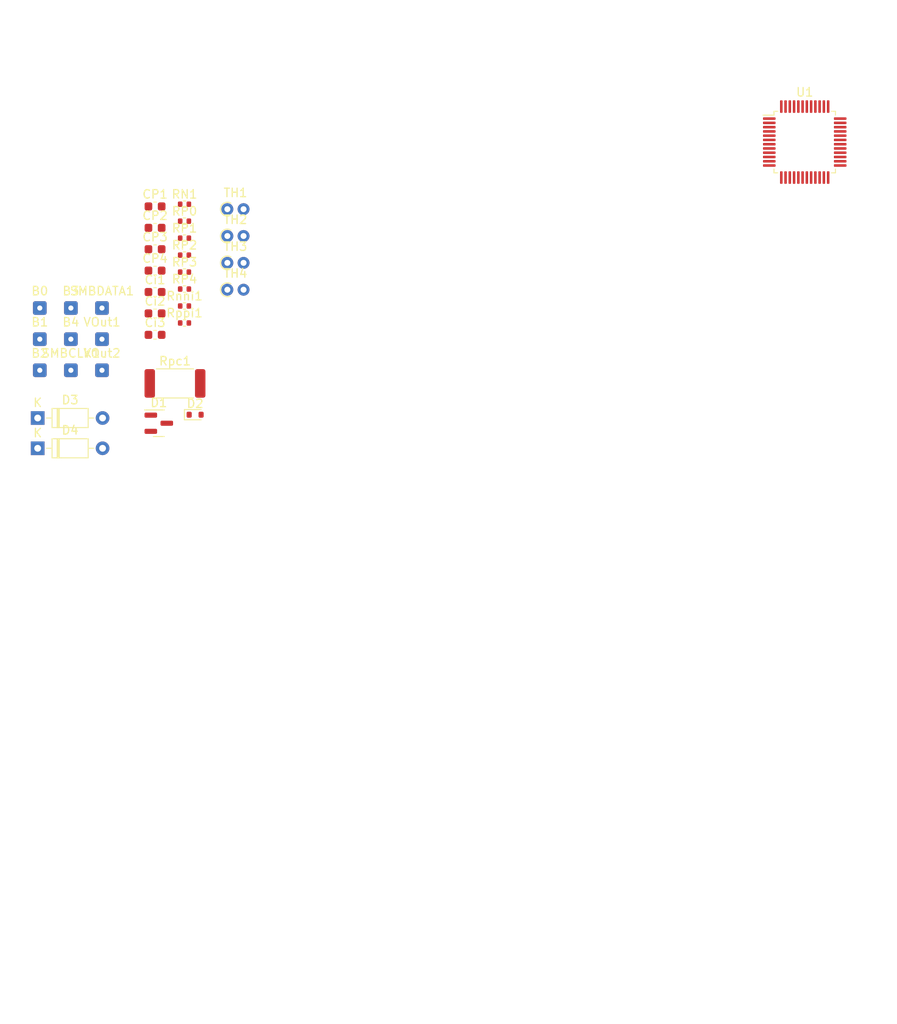
<source format=kicad_pcb>
(kicad_pcb (version 20240108) (generator "pcbnew") (generator_version "8.0")
  (layers (0 "F.Cu" signal) (31 "B.Cu" signal) (34 "B.Paste" user) (35 "F.Paste" user) (36 "B.SilkS" user "B.Silkscreen") (37 "F.SilkS" user "F.Silkscreen") (38 "B.Mask" user) (39 "F.Mask" user) (44 "Edge.Cuts" user))
  (net 0 "")
  (net 1 "/Battery/B0")
  (net 2 "/Battery/B1")
  (net 3 "/Battery/B2")
  (net 4 "/Battery/B3")
  (net 5 "/Battery/B4")
  (net 6 "GND")
  (net 7 "/Battery/PI")
  (net 8 "/Battery/NI")
  (net 9 "/Battery/PV1")
  (net 10 "/Battery/NV")
  (net 11 "/Battery/PV2")
  (net 12 "/Battery/PV3")
  (net 13 "/Battery/PV4")
  (net 14 "/FETs/VFET")
  (net 15 "/FETs/Vout")
  (net 16 "/FETs/BATT")
  (net 17 "/SMBUS/SDA")
  (net 18 "/SMBUS/SCL")
  (net 19 "/Battery/PVT")
  (net 20 "/Battery/NNI")
  (net 21 "Net-(Q1-D_1)")
  (net 22 "Net-(Q3-D_1)")
  (net 23 "/Battery/PPI")
  (net 24 "/Thermal/PA0")
  (net 25 "/Thermal/PA1")
  (net 26 "/Thermal/PA2")
  (net 27 "/Thermal/PA3")
  (net 28 "/Thermal/PA4")
  (net 29 "/Thermal/VREF")
  (net 30 "/XTAL/RESET")
  (net 31 "/LEDs/PB1")
  (net 32 "/LEDs/VREG")
  (net 33 "/FETs/OC")
  (net 37 "/XTAL/XTAL2")
  (net 39 "/Thermal/VREFGND")
  (net 40 "/LEDs/PB3")
  (net 44 "/XTAL/XTAL1")
  (net 45 "/FETs/OPC")
  (net 46 "/LEDs/PB0")
  (net 47 "/LEDs/PB4")
  (net 48 "/FETs/OD")
  (net 50 "/LEDs/PB2")
  (footprint "Resistor_THT:R_Axial_DIN0204_L3.6mm_D1.6mm_P1.90mm_Vertical" (layer "F.Cu") (at -8.565 57.61)
    (property "Reference" "TH2" (at 0.95 -1.92 0) (layer "F.SilkS"))
    (property "Value" "10 k")
    (fp_arc (start 0.320095 0.749359) (mid -0.813042 -0.054435) (end 0.417133 -0.7) (stroke (width 0.12)) (layer "F.SilkS"))
    (pad "1" thru_hole circle (at 0 0) (size 1.4 1.4) (drill 0.7) (layers "*.Cu" "*.Mask") (net 24 "/Thermal/PA0"))
    (pad "2" thru_hole oval (at 1.9 0) (size 1.4 1.4) (drill 0.7) (layers "*.Cu" "*.Mask") (net 26 "/Thermal/PA2"))
  )
  (footprint "Connector_Wire:SolderWire-0.1sqmm_1x01_D0.4mm_OD1mm" (layer "F.Cu") (at -30.585 66.06)
    (property "Reference" "B0" (at 0 -2 0) (layer "F.SilkS"))
    (property "Value" "Conn_01x01")
    (pad "1" thru_hole roundrect (at 0 0) (size 1.6 1.6) (drill 0.6) (layers "*.Cu" "*.Mask") (roundrect_rratio 0.15625) (net 1 "/Battery/B0"))
  )
  (footprint "Connector_Wire:SolderWire-0.1sqmm_1x01_D0.4mm_OD1mm" (layer "F.Cu") (at -26.935 69.71)
    (property "Reference" "B4" (at 0 -2 0) (layer "F.SilkS"))
    (property "Value" "Conn_01x01")
    (pad "1" thru_hole roundrect (at 0 0) (size 1.6 1.6) (drill 0.6) (layers "*.Cu" "*.Mask") (roundrect_rratio 0.15625) (net 5 "/Battery/B4"))
  )
  (footprint "Resistor_SMD:R_0402_1005Metric" (layer "F.Cu") (at -13.595 65.82)
    (property "Reference" "Rnni1" (at 0 -1.17 0) (layer "F.SilkS"))
    (property "Value" "1 k")
    (fp_line (start -0.153641 -0.38) (end 0.153641 -0.38) (stroke (width 0.12)) (layer "F.SilkS"))
    (fp_line (start -0.153641 0.38) (end 0.153641 0.38) (stroke (width 0.12)) (layer "F.SilkS"))
    (pad "1" smd roundrect (at -0.51 0) (size 0.54 0.64) (layers "F.Cu" "F.Paste" "F.Mask") (net 20 "/Battery/NNI"))
    (pad "2" smd roundrect (at 0.51 0) (size 0.54 0.64) (layers "F.Cu" "F.Paste" "F.Mask") (net 6 "GND"))
  )
  (footprint "Resistor_THT:R_Axial_DIN0204_L3.6mm_D1.6mm_P1.90mm_Vertical" (layer "F.Cu") (at -8.565 60.76)
    (property "Reference" "TH3" (at 0.95 -1.92 0) (layer "F.SilkS"))
    (property "Value" "10 k")
    (fp_arc (start 0.320095 0.749359) (mid -0.813042 -0.054435) (end 0.417133 -0.7) (stroke (width 0.12)) (layer "F.SilkS"))
    (pad "1" thru_hole circle (at 0 0) (size 1.4 1.4) (drill 0.7) (layers "*.Cu" "*.Mask") (net 24 "/Thermal/PA0"))
    (pad "2" thru_hole oval (at 1.9 0) (size 1.4 1.4) (drill 0.7) (layers "*.Cu" "*.Mask") (net 27 "/Thermal/PA3"))
  )
  (footprint "Resistor_SMD:R_0402_1005Metric" (layer "F.Cu") (at -13.595 67.81)
    (property "Reference" "Rppi1" (at 0 -1.17 0) (layer "F.SilkS"))
    (property "Value" "1 k")
    (fp_line (start -0.153641 -0.38) (end 0.153641 -0.38) (stroke (width 0.12)) (layer "F.SilkS"))
    (fp_line (start -0.153641 0.38) (end 0.153641 0.38) (stroke (width 0.12)) (layer "F.SilkS"))
    (pad "1" smd roundrect (at -0.51 0) (size 0.54 0.64) (layers "F.Cu" "F.Paste" "F.Mask") (net 23 "/Battery/PPI"))
    (pad "2" smd roundrect (at 0.51 0) (size 0.54 0.64) (layers "F.Cu" "F.Paste" "F.Mask") (net 1 "/Battery/B0"))
  )
  (footprint "Connector_Wire:SolderWire-0.1sqmm_1x01_D0.4mm_OD1mm" (layer "F.Cu") (at -26.935 73.36)
    (property "Reference" "SMBCLK1" (at 0 -2 0) (layer "F.SilkS"))
    (property "Value" "Conn_01x01")
    (pad "1" thru_hole roundrect (at 0 0) (size 1.6 1.6) (drill 0.6) (layers "*.Cu" "*.Mask") (roundrect_rratio 0.15625) (net 18 "/SMBUS/SCL"))
  )
  (footprint "Connector_Wire:SolderWire-0.1sqmm_1x01_D0.4mm_OD1mm" (layer "F.Cu") (at -23.285 73.36)
    (property "Reference" "VOut2" (at 0 -2 0) (layer "F.SilkS"))
    (property "Value" "Conn_01x01")
    (pad "1" thru_hole roundrect (at 0 0) (size 1.6 1.6) (drill 0.6) (layers "*.Cu" "*.Mask") (roundrect_rratio 0.15625) (net 15 "/FETs/Vout"))
  )
  (footprint "Package_QFP:LQFP-48_7x7mm_P0.5mm" (layer "F.Cu") (at 59.2175 46.59)
    (property "Reference" "U1" (at 0 -5.85 0) (layer "F.SilkS"))
    (property "Value" "ATmega406-1AA")
    (fp_line (start -3.61 -3.61) (end -3.61 -3.16) (stroke (width 0.12)) (layer "F.SilkS"))
    (fp_line (start -3.61 -3.16) (end -4.9 -3.16) (stroke (width 0.12)) (layer "F.SilkS"))
    (fp_line (start -3.61 3.61) (end -3.61 3.16) (stroke (width 0.12)) (layer "F.SilkS"))
    (fp_line (start -3.16 -3.61) (end -3.61 -3.61) (stroke (width 0.12)) (layer "F.SilkS"))
    (fp_line (start -3.16 3.61) (end -3.61 3.61) (stroke (width 0.12)) (layer "F.SilkS"))
    (fp_line (start 3.16 -3.61) (end 3.61 -3.61) (stroke (width 0.12)) (layer "F.SilkS"))
    (fp_line (start 3.16 3.61) (end 3.61 3.61) (stroke (width 0.12)) (layer "F.SilkS"))
    (fp_line (start 3.61 -3.61) (end 3.61 -3.16) (stroke (width 0.12)) (layer "F.SilkS"))
    (fp_line (start 3.61 3.61) (end 3.61 3.16) (stroke (width 0.12)) (layer "F.SilkS"))
    (pad "1" smd roundrect (at -4.1625 -2.75) (size 1.475 0.3) (layers "F.Cu" "F.Paste" "F.Mask") (net 6 "GND"))
    (pad "2" smd roundrect (at -4.1625 -2.25) (size 1.475 0.3) (layers "F.Cu" "F.Paste" "F.Mask") (net 24 "/Thermal/PA0"))
    (pad "3" smd roundrect (at -4.1625 -1.75) (size 1.475 0.3) (layers "F.Cu" "F.Paste" "F.Mask") (net 25 "/Thermal/PA1"))
    (pad "4" smd roundrect (at -4.1625 -1.25) (size 1.475 0.3) (layers "F.Cu" "F.Paste" "F.Mask") (net 26 "/Thermal/PA2"))
    (pad "5" smd roundrect (at -4.1625 -0.75) (size 1.475 0.3) (layers "F.Cu" "F.Paste" "F.Mask") (net 27 "/Thermal/PA3"))
    (pad "6" smd roundrect (at -4.1625 -0.25) (size 1.475 0.3) (layers "F.Cu" "F.Paste" "F.Mask") (net 32 "/LEDs/VREG"))
    (pad "7" smd roundrect (at -4.1625 0.25) (size 1.475 0.3) (layers "F.Cu" "F.Paste" "F.Mask") (net 32 "/LEDs/VREG"))
    (pad "8" smd roundrect (at -4.1625 0.75) (size 1.475 0.3) (layers "F.Cu" "F.Paste" "F.Mask") (net 6 "GND"))
    (pad "9" smd roundrect (at -4.1625 1.25) (size 1.475 0.3) (layers "F.Cu" "F.Paste" "F.Mask") (net 28 "/Thermal/PA4"))
    (pad "10" smd roundrect (at -4.1625 1.75) (size 1.475 0.3) (layers "F.Cu" "F.Paste" "F.Mask"))
    (pad "11" smd roundrect (at -4.1625 2.25) (size 1.475 0.3) (layers "F.Cu" "F.Paste" "F.Mask"))
    (pad "12" smd roundrect (at -4.1625 2.75) (size 1.475 0.3) (layers "F.Cu" "F.Paste" "F.Mask"))
    (pad "13" smd roundrect (at -2.75 4.1625) (size 0.3 1.475) (layers "F.Cu" "F.Paste" "F.Mask") (net 30 "/XTAL/RESET"))
    (pad "14" smd roundrect (at -2.25 4.1625) (size 0.3 1.475) (layers "F.Cu" "F.Paste" "F.Mask") (net 44 "/XTAL/XTAL1"))
    (pad "15" smd roundrect (at -1.75 4.1625) (size 0.3 1.475) (layers "F.Cu" "F.Paste" "F.Mask") (net 37 "/XTAL/XTAL2"))
    (pad "16" smd roundrect (at -1.25 4.1625) (size 0.3 1.475) (layers "F.Cu" "F.Paste" "F.Mask") (net 6 "GND"))
    (pad "17" smd roundrect (at -0.75 4.1625) (size 0.3 1.475) (layers "F.Cu" "F.Paste" "F.Mask") (net 46 "/LEDs/PB0"))
    (pad "18" smd roundrect (at -0.25 4.1625) (size 0.3 1.475) (layers "F.Cu" "F.Paste" "F.Mask") (net 31 "/LEDs/PB1"))
    (pad "19" smd roundrect (at 0.25 4.1625) (size 0.3 1.475) (layers "F.Cu" "F.Paste" "F.Mask") (net 50 "/LEDs/PB2"))
    (pad "20" smd roundrect (at 0.75 4.1625) (size 0.3 1.475) (layers "F.Cu" "F.Paste" "F.Mask") (net 40 "/LEDs/PB3"))
    (pad "21" smd roundrect (at 1.25 4.1625) (size 0.3 1.475) (layers "F.Cu" "F.Paste" "F.Mask") (net 47 "/LEDs/PB4"))
    (pad "22" smd roundrect (at 1.75 4.1625) (size 0.3 1.475) (layers "F.Cu" "F.Paste" "F.Mask"))
    (pad "23" smd roundrect (at 2.25 4.1625) (size 0.3 1.475) (layers "F.Cu" "F.Paste" "F.Mask") (net 18 "/SMBUS/SCL"))
    (pad "24" smd roundrect (at 2.75 4.1625) (size 0.3 1.475) (layers "F.Cu" "F.Paste" "F.Mask") (net 17 "/SMBUS/SDA"))
    (pad "25" smd roundrect (at 4.1625 2.75) (size 1.475 0.3) (layers "F.Cu" "F.Paste" "F.Mask"))
    (pad "26" smd roundrect (at 4.1625 2.25) (size 1.475 0.3) (layers "F.Cu" "F.Paste" "F.Mask"))
    (pad "27" smd roundrect (at 4.1625 1.75) (size 1.475 0.3) (layers "F.Cu" "F.Paste" "F.Mask"))
    (pad "28" smd roundrect (at 4.1625 1.25) (size 1.475 0.3) (layers "F.Cu" "F.Paste" "F.Mask"))
    (pad "29" smd roundrect (at 4.1625 0.75) (size 1.475 0.3) (layers "F.Cu" "F.Paste" "F.Mask") (net 6 "GND"))
    (pad "30" smd roundrect (at 4.1625 0.25) (size 1.475 0.3) (layers "F.Cu" "F.Paste" "F.Mask"))
    (pad "31" smd roundrect (at 4.1625 -0.25) (size 1.475 0.3) (layers "F.Cu" "F.Paste" "F.Mask") (net 16 "/FETs/BATT"))
    (pad "32" smd roundrect (at 4.1625 -0.75) (size 1.475 0.3) (layers "F.Cu" "F.Paste" "F.Mask") (net 45 "/FETs/OPC"))
    (pad "33" smd roundrect (at 4.1625 -1.25) (size 1.475 0.3) (layers "F.Cu" "F.Paste" "F.Mask") (net 33 "/FETs/OC"))
    (pad "34" smd roundrect (at 4.1625 -1.75) (size 1.475 0.3) (layers "F.Cu" "F.Paste" "F.Mask") (net 14 "/FETs/VFET"))
    (pad "35" smd roundrect (at 4.1625 -2.25) (size 1.475 0.3) (layers "F.Cu" "F.Paste" "F.Mask") (net 48 "/FETs/OD"))
    (pad "36" smd roundrect (at 4.1625 -2.75) (size 1.475 0.3) (layers "F.Cu" "F.Paste" "F.Mask") (net 19 "/Battery/PVT"))
    (pad "37" smd roundrect (at 2.75 -4.1625) (size 0.3 1.475) (layers "F.Cu" "F.Paste" "F.Mask") (net 6 "GND"))
    (pad "38" smd roundrect (at 2.25 -4.1625) (size 0.3 1.475) (layers "F.Cu" "F.Paste" "F.Mask") (net 13 "/Battery/PV4"))
    (pad "39" smd roundrect (at 1.75 -4.1625) (size 0.3 1.475) (layers "F.Cu" "F.Paste" "F.Mask") (net 12 "/Battery/PV3"))
    (pad "40" smd roundrect (at 1.25 -4.1625) (size 0.3 1.475) (layers "F.Cu" "F.Paste" "F.Mask") (net 11 "/Battery/PV2"))
    (pad "41" smd roundrect (at 0.75 -4.1625) (size 0.3 1.475) (layers "F.Cu" "F.Paste" "F.Mask") (net 9 "/Battery/PV1"))
    (pad "42" smd roundrect (at 0.25 -4.1625) (size 0.3 1.475) (layers "F.Cu" "F.Paste" "F.Mask") (net 10 "/Battery/NV"))
    (pad "43" smd roundrect (at -0.25 -4.1625) (size 0.3 1.475) (layers "F.Cu" "F.Paste" "F.Mask") (net 29 "/Thermal/VREF"))
    (pad "44" smd roundrect (at -0.75 -4.1625) (size 0.3 1.475) (layers "F.Cu" "F.Paste" "F.Mask") (net 39 "/Thermal/VREFGND"))
    (pad "45" smd roundrect (at -1.25 -4.1625) (size 0.3 1.475) (layers "F.Cu" "F.Paste" "F.Mask") (net 23 "/Battery/PPI"))
    (pad "46" smd roundrect (at -1.75 -4.1625) (size 0.3 1.475) (layers "F.Cu" "F.Paste" "F.Mask") (net 7 "/Battery/PI"))
    (pad "47" smd roundrect (at -2.25 -4.1625) (size 0.3 1.475) (layers "F.Cu" "F.Paste" "F.Mask") (net 8 "/Battery/NI"))
    (pad "48" smd roundrect (at -2.75 -4.1625) (size 0.3 1.475) (layers "F.Cu" "F.Paste" "F.Mask") (net 20 "/Battery/NNI"))
  )
  (footprint "Connector_Wire:SolderWire-0.1sqmm_1x01_D0.4mm_OD1mm" (layer "F.Cu") (at -30.585 69.71)
    (property "Reference" "B1" (at 0 -2 0) (layer "F.SilkS"))
    (property "Value" "Conn_01x01")
    (pad "1" thru_hole roundrect (at 0 0) (size 1.6 1.6) (drill 0.6) (layers "*.Cu" "*.Mask") (roundrect_rratio 0.15625) (net 2 "/Battery/B1"))
  )
  (footprint "Resistor_THT:R_Axial_DIN0204_L3.6mm_D1.6mm_P1.90mm_Vertical" (layer "F.Cu") (at -8.565 63.91)
    (property "Reference" "TH4" (at 0.95 -1.92 0) (layer "F.SilkS"))
    (property "Value" "10 k")
    (fp_arc (start 0.320095 0.749359) (mid -0.813042 -0.054435) (end 0.417133 -0.7) (stroke (width 0.12)) (layer "F.SilkS"))
    (pad "1" thru_hole circle (at 0 0) (size 1.4 1.4) (drill 0.7) (layers "*.Cu" "*.Mask") (net 24 "/Thermal/PA0"))
    (pad "2" thru_hole oval (at 1.9 0) (size 1.4 1.4) (drill 0.7) (layers "*.Cu" "*.Mask") (net 28 "/Thermal/PA4"))
  )
  (footprint "Package_TO_SOT_SMD:SOT-23" (layer "F.Cu") (at -16.615 79.57)
    (property "Reference" "D1" (at 0 -2.4 0) (layer "F.SilkS"))
    (property "Value" "BAV70")
    (fp_line (start 0 -1.56) (end -1.675 -1.56) (stroke (width 0.12)) (layer "F.SilkS"))
    (fp_line (start 0 -1.56) (end 0.65 -1.56) (stroke (width 0.12)) (layer "F.SilkS"))
    (fp_line (start 0 1.56) (end -0.65 1.56) (stroke (width 0.12)) (layer "F.SilkS"))
    (fp_line (start 0 1.56) (end 0.65 1.56) (stroke (width 0.12)) (layer "F.SilkS"))
    (pad "1" smd roundrect (at -0.9375 -0.95) (size 1.475 0.6) (layers "F.Cu" "F.Paste" "F.Mask") (net 5 "/Battery/B4"))
    (pad "2" smd roundrect (at -0.9375 0.95) (size 1.475 0.6) (layers "F.Cu" "F.Paste" "F.Mask") (net 15 "/FETs/Vout"))
    (pad "3" smd roundrect (at 0.9375 0) (size 1.475 0.6) (layers "F.Cu" "F.Paste" "F.Mask") (net 14 "/FETs/VFET"))
  )
  (footprint "Resistor_SMD:R_0402_1005Metric" (layer "F.Cu") (at -13.595 61.84)
    (property "Reference" "RP3" (at 0 -1.17 0) (layer "F.SilkS"))
    (property "Value" "1 k")
    (fp_line (start -0.153641 -0.38) (end 0.153641 -0.38) (stroke (width 0.12)) (layer "F.SilkS"))
    (fp_line (start -0.153641 0.38) (end 0.153641 0.38) (stroke (width 0.12)) (layer "F.SilkS"))
    (pad "1" smd roundrect (at -0.51 0) (size 0.54 0.64) (layers "F.Cu" "F.Paste" "F.Mask") (net 12 "/Battery/PV3"))
    (pad "2" smd roundrect (at 0.51 0) (size 0.54 0.64) (layers "F.Cu" "F.Paste" "F.Mask") (net 4 "/Battery/B3"))
  )
  (footprint "Connector_Wire:SolderWire-0.1sqmm_1x01_D0.4mm_OD1mm" (layer "F.Cu") (at -23.285 66.06)
    (property "Reference" "SMBDATA1" (at 0 -2 0) (layer "F.SilkS"))
    (property "Value" "Conn_01x01")
    (pad "1" thru_hole roundrect (at 0 0) (size 1.6 1.6) (drill 0.6) (layers "*.Cu" "*.Mask") (roundrect_rratio 0.15625) (net 17 "/SMBUS/SDA"))
  )
  (footprint "Resistor_SMD:R_2512_6332Metric" (layer "F.Cu") (at -14.715 74.9)
    (property "Reference" "Rpc1" (at 0 -2.62 0) (layer "F.SilkS"))
    (property "Value" "1 k")
    (fp_line (start -2.177064 -1.71) (end 2.177064 -1.71) (stroke (width 0.12)) (layer "F.SilkS"))
    (fp_line (start -2.177064 1.71) (end 2.177064 1.71) (stroke (width 0.12)) (layer "F.SilkS"))
    (pad "1" smd roundrect (at -2.9625 0) (size 1.225 3.35) (layers "F.Cu" "F.Paste" "F.Mask") (roundrect_rratio 0.204082) (net 22 "Net-(Q3-D_1)"))
    (pad "2" smd roundrect (at 2.9625 0) (size 1.225 3.35) (layers "F.Cu" "F.Paste" "F.Mask") (roundrect_rratio 0.204082) (net 21 "Net-(Q1-D_1)"))
  )
  (footprint "Capacitor_SMD:C_0603_1608Metric" (layer "F.Cu") (at -17.055 54.14)
    (property "Reference" "CP1" (at 0 -1.43 0) (layer "F.SilkS"))
    (property "Value" "0.1 u")
    (fp_line (start -0.14058 -0.51) (end 0.14058 -0.51) (stroke (width 0.12)) (layer "F.SilkS"))
    (fp_line (start -0.14058 0.51) (end 0.14058 0.51) (stroke (width 0.12)) (layer "F.SilkS"))
    (pad "1" smd roundrect (at -0.775 0) (size 0.9 0.95) (layers "F.Cu" "F.Paste" "F.Mask") (net 10 "/Battery/NV"))
    (pad "2" smd roundrect (at 0.775 0) (size 0.9 0.95) (layers "F.Cu" "F.Paste" "F.Mask") (net 9 "/Battery/PV1"))
  )
  (footprint "Connector_Wire:SolderWire-0.1sqmm_1x01_D0.4mm_OD1mm" (layer "F.Cu") (at -26.935 66.06)
    (property "Reference" "B3" (at 0 -2 0) (layer "F.SilkS"))
    (property "Value" "Conn_01x01")
    (pad "1" thru_hole roundrect (at 0 0) (size 1.6 1.6) (drill 0.6) (layers "*.Cu" "*.Mask") (roundrect_rratio 0.15625) (net 4 "/Battery/B3"))
  )
  (footprint "Diode_THT:D_DO-35_SOD27_P7.62mm_Horizontal" (layer "F.Cu") (at -30.835 78.96)
    (property "Reference" "D3" (at 3.81 -2.12 0) (layer "F.SilkS"))
    (property "Value" "1N6857")
    (fp_line (start 1.04 0) (end 1.69 0) (stroke (width 0.12)) (layer "F.SilkS"))
    (fp_line (start 1.69 -1.12) (end 1.69 1.12) (stroke (width 0.12)) (layer "F.SilkS"))
    (fp_line (start 1.69 1.12) (end 5.93 1.12) (stroke (width 0.12)) (layer "F.SilkS"))
    (fp_line (start 2.29 -1.12) (end 2.29 1.12) (stroke (width 0.12)) (layer "F.SilkS"))
    (fp_line (start 2.41 -1.12) (end 2.41 1.12) (stroke (width 0.12)) (layer "F.SilkS"))
    (fp_line (start 2.53 -1.12) (end 2.53 1.12) (stroke (width 0.12)) (layer "F.SilkS"))
    (fp_line (start 5.93 -1.12) (end 1.69 -1.12) (stroke (width 0.12)) (layer "F.SilkS"))
    (fp_line (start 5.93 1.12) (end 5.93 -1.12) (stroke (width 0.12)) (layer "F.SilkS"))
    (fp_line (start 6.58 0) (end 5.93 0) (stroke (width 0.12)) (layer "F.SilkS"))
    (fp_text user "K" (at 0 -1.8 0) (layer "F.SilkS"))
    (pad "1" thru_hole rect (at 0 0) (size 1.6 1.6) (drill 0.8) (layers "*.Cu" "*.Mask") (net 17 "/SMBUS/SDA"))
    (pad "2" thru_hole oval (at 7.62 0) (size 1.6 1.6) (drill 0.8) (layers "*.Cu" "*.Mask") (net 6 "GND"))
  )
  (footprint "Capacitor_SMD:C_0603_1608Metric" (layer "F.Cu") (at -17.055 61.67)
    (property "Reference" "CP4" (at 0 -1.43 0) (layer "F.SilkS"))
    (property "Value" "0.1 u")
    (fp_line (start -0.14058 -0.51) (end 0.14058 -0.51) (stroke (width 0.12)) (layer "F.SilkS"))
    (fp_line (start -0.14058 0.51) (end 0.14058 0.51) (stroke (width 0.12)) (layer "F.SilkS"))
    (pad "1" smd roundrect (at -0.775 0) (size 0.9 0.95) (layers "F.Cu" "F.Paste" "F.Mask") (net 12 "/Battery/PV3"))
    (pad "2" smd roundrect (at 0.775 0) (size 0.9 0.95) (layers "F.Cu" "F.Paste" "F.Mask") (net 13 "/Battery/PV4"))
  )
  (footprint "Connector_Wire:SolderWire-0.1sqmm_1x01_D0.4mm_OD1mm" (layer "F.Cu") (at -23.285 69.71)
    (property "Reference" "VOut1" (at 0 -2 0) (layer "F.SilkS"))
    (property "Value" "Conn_01x01")
    (pad "1" thru_hole roundrect (at 0 0) (size 1.6 1.6) (drill 0.6) (layers "*.Cu" "*.Mask") (roundrect_rratio 0.15625) (net 6 "GND"))
  )
  (footprint "Resistor_SMD:R_0402_1005Metric" (layer "F.Cu") (at -13.595 55.87)
    (property "Reference" "RP0" (at 0 -1.17 0) (layer "F.SilkS"))
    (property "Value" "1 k")
    (fp_line (start -0.153641 -0.38) (end 0.153641 -0.38) (stroke (width 0.12)) (layer "F.SilkS"))
    (fp_line (start -0.153641 0.38) (end 0.153641 0.38) (stroke (width 0.12)) (layer "F.SilkS"))
    (pad "1" smd roundrect (at -0.51 0) (size 0.54 0.64) (layers "F.Cu" "F.Paste" "F.Mask") (net 10 "/Battery/NV"))
    (pad "2" smd roundrect (at 0.51 0) (size 0.54 0.64) (layers "F.Cu" "F.Paste" "F.Mask") (net 1 "/Battery/B0"))
  )
  (footprint "Connector_Wire:SolderWire-0.1sqmm_1x01_D0.4mm_OD1mm" (layer "F.Cu") (at -30.585 73.36)
    (property "Reference" "B2" (at 0 -2 0) (layer "F.SilkS"))
    (property "Value" "Conn_01x01")
    (pad "1" thru_hole roundrect (at 0 0) (size 1.6 1.6) (drill 0.6) (layers "*.Cu" "*.Mask") (roundrect_rratio 0.15625) (net 3 "/Battery/B2"))
  )
  (footprint "Resistor_SMD:R_0402_1005Metric" (layer "F.Cu") (at -13.595 57.86)
    (property "Reference" "RP1" (at 0 -1.17 0) (layer "F.SilkS"))
    (property "Value" "1 k")
    (fp_line (start -0.153641 -0.38) (end 0.153641 -0.38) (stroke (width 0.12)) (layer "F.SilkS"))
    (fp_line (start -0.153641 0.38) (end 0.153641 0.38) (stroke (width 0.12)) (layer "F.SilkS"))
    (pad "1" smd roundrect (at -0.51 0) (size 0.54 0.64) (layers "F.Cu" "F.Paste" "F.Mask") (net 9 "/Battery/PV1"))
    (pad "2" smd roundrect (at 0.51 0) (size 0.54 0.64) (layers "F.Cu" "F.Paste" "F.Mask") (net 2 "/Battery/B1"))
  )
  (footprint "Diode_SMD:D_SOD-523" (layer "F.Cu") (at -12.35 78.57)
    (property "Reference" "D2" (at 0 -1.3 0) (layer "F.SilkS"))
    (property "Value" "BAS516")
    (fp_line (start -1.26 -0.6) (end -1.26 0.6) (stroke (width 0.12)) (layer "F.SilkS"))
    (fp_line (start 0.7 -0.6) (end -1.26 -0.6) (stroke (width 0.12)) (layer "F.SilkS"))
    (fp_line (start 0.7 0.6) (end -1.26 0.6) (stroke (width 0.12)) (layer "F.SilkS"))
    (pad "1" smd roundrect (at -0.7 0 180) (size 0.6 0.7) (layers "F.Cu" "F.Paste" "F.Mask") (net 16 "/FETs/BATT"))
    (pad "2" smd roundrect (at 0.7 0 180) (size 0.6 0.7) (layers "F.Cu" "F.Paste" "F.Mask") (net 15 "/FETs/Vout"))
  )
  (footprint "Capacitor_SMD:C_0603_1608Metric" (layer "F.Cu") (at -17.055 56.65)
    (property "Reference" "CP2" (at 0 -1.43 0) (layer "F.SilkS"))
    (property "Value" "0.1 u")
    (fp_line (start -0.14058 -0.51) (end 0.14058 -0.51) (stroke (width 0.12)) (layer "F.SilkS"))
    (fp_line (start -0.14058 0.51) (end 0.14058 0.51) (stroke (width 0.12)) (layer "F.SilkS"))
    (pad "1" smd roundrect (at -0.775 0) (size 0.9 0.95) (layers "F.Cu" "F.Paste" "F.Mask") (net 9 "/Battery/PV1"))
    (pad "2" smd roundrect (at 0.775 0) (size 0.9 0.95) (layers "F.Cu" "F.Paste" "F.Mask") (net 11 "/Battery/PV2"))
  )
  (footprint "Capacitor_SMD:C_0603_1608Metric" (layer "F.Cu") (at -17.055 66.69)
    (property "Reference" "Ci2" (at 0 -1.43 0) (layer "F.SilkS"))
    (property "Value" "0.1 u")
    (fp_line (start -0.14058 -0.51) (end 0.14058 -0.51) (stroke (width 0.12)) (layer "F.SilkS"))
    (fp_line (start -0.14058 0.51) (end 0.14058 0.51) (stroke (width 0.12)) (layer "F.SilkS"))
    (pad "1" smd roundrect (at -0.775 0) (size 0.9 0.95) (layers "F.Cu" "F.Paste" "F.Mask") (net 6 "GND"))
    (pad "2" smd roundrect (at 0.775 0) (size 0.9 0.95) (layers "F.Cu" "F.Paste" "F.Mask") (net 8 "/Battery/NI"))
  )
  (footprint "Capacitor_SMD:C_0603_1608Metric" (layer "F.Cu") (at -17.055 69.2)
    (property "Reference" "Ci3" (at 0 -1.43 0) (layer "F.SilkS"))
    (property "Value" "0.1 u")
    (fp_line (start -0.14058 -0.51) (end 0.14058 -0.51) (stroke (width 0.12)) (layer "F.SilkS"))
    (fp_line (start -0.14058 0.51) (end 0.14058 0.51) (stroke (width 0.12)) (layer "F.SilkS"))
    (pad "1" smd roundrect (at -0.775 0) (size 0.9 0.95) (layers "F.Cu" "F.Paste" "F.Mask") (net 8 "/Battery/NI"))
    (pad "2" smd roundrect (at 0.775 0) (size 0.9 0.95) (layers "F.Cu" "F.Paste" "F.Mask") (net 7 "/Battery/PI"))
  )
  (footprint "Resistor_SMD:R_0402_1005Metric" (layer "F.Cu") (at -13.595 53.88)
    (property "Reference" "RN1" (at 0 -1.17 0) (layer "F.SilkS"))
    (property "Value" "10")
    (fp_line (start -0.153641 -0.38) (end 0.153641 -0.38) (stroke (width 0.12)) (layer "F.SilkS"))
    (fp_line (start -0.153641 0.38) (end 0.153641 0.38) (stroke (width 0.12)) (layer "F.SilkS"))
    (pad "1" smd roundrect (at -0.51 0) (size 0.54 0.64) (layers "F.Cu" "F.Paste" "F.Mask") (net 19 "/Battery/PVT"))
    (pad "2" smd roundrect (at 0.51 0) (size 0.54 0.64) (layers "F.Cu" "F.Paste" "F.Mask") (net 5 "/Battery/B4"))
  )
  (footprint "Diode_THT:D_DO-35_SOD27_P7.62mm_Horizontal" (layer "F.Cu") (at -30.835 82.51)
    (property "Reference" "D4" (at 3.81 -2.12 0) (layer "F.SilkS"))
    (property "Value" "1N6857")
    (fp_line (start 1.04 0) (end 1.69 0) (stroke (width 0.12)) (layer "F.SilkS"))
    (fp_line (start 1.69 -1.12) (end 1.69 1.12) (stroke (width 0.12)) (layer "F.SilkS"))
    (fp_line (start 1.69 1.12) (end 5.93 1.12) (stroke (width 0.12)) (layer "F.SilkS"))
    (fp_line (start 2.29 -1.12) (end 2.29 1.12) (stroke (width 0.12)) (layer "F.SilkS"))
    (fp_line (start 2.41 -1.12) (end 2.41 1.12) (stroke (width 0.12)) (layer "F.SilkS"))
    (fp_line (start 2.53 -1.12) (end 2.53 1.12) (stroke (width 0.12)) (layer "F.SilkS"))
    (fp_line (start 5.93 -1.12) (end 1.69 -1.12) (stroke (width 0.12)) (layer "F.SilkS"))
    (fp_line (start 5.93 1.12) (end 5.93 -1.12) (stroke (width 0.12)) (layer "F.SilkS"))
    (fp_line (start 6.58 0) (end 5.93 0) (stroke (width 0.12)) (layer "F.SilkS"))
    (fp_text user "K" (at 0 -1.8 0) (layer "F.SilkS"))
    (pad "1" thru_hole rect (at 0 0) (size 1.6 1.6) (drill 0.8) (layers "*.Cu" "*.Mask") (net 18 "/SMBUS/SCL"))
    (pad "2" thru_hole oval (at 7.62 0) (size 1.6 1.6) (drill 0.8) (layers "*.Cu" "*.Mask") (net 6 "GND"))
  )
  (footprint "Capacitor_SMD:C_0603_1608Metric" (layer "F.Cu") (at -17.055 64.18)
    (property "Reference" "Ci1" (at 0 -1.43 0) (layer "F.SilkS"))
    (property "Value" "0.1 u")
    (fp_line (start -0.14058 -0.51) (end 0.14058 -0.51) (stroke (width 0.12)) (layer "F.SilkS"))
    (fp_line (start -0.14058 0.51) (end 0.14058 0.51) (stroke (width 0.12)) (layer "F.SilkS"))
    (pad "1" smd roundrect (at -0.775 0) (size 0.9 0.95) (layers "F.Cu" "F.Paste" "F.Mask") (net 6 "GND"))
    (pad "2" smd roundrect (at 0.775 0) (size 0.9 0.95) (layers "F.Cu" "F.Paste" "F.Mask") (net 7 "/Battery/PI"))
  )
  (footprint "Resistor_SMD:R_0402_1005Metric" (layer "F.Cu") (at -13.595 59.85)
    (property "Reference" "RP2" (at 0 -1.17 0) (layer "F.SilkS"))
    (property "Value" "1 k")
    (fp_line (start -0.153641 -0.38) (end 0.153641 -0.38) (stroke (width 0.12)) (layer "F.SilkS"))
    (fp_line (start -0.153641 0.38) (end 0.153641 0.38) (stroke (width 0.12)) (layer "F.SilkS"))
    (pad "1" smd roundrect (at -0.51 0) (size 0.54 0.64) (layers "F.Cu" "F.Paste" "F.Mask") (net 11 "/Battery/PV2"))
    (pad "2" smd roundrect (at 0.51 0) (size 0.54 0.64) (layers "F.Cu" "F.Paste" "F.Mask") (net 3 "/Battery/B2"))
  )
  (footprint "Resistor_THT:R_Axial_DIN0204_L3.6mm_D1.6mm_P1.90mm_Vertical" (layer "F.Cu") (at -8.565 54.46)
    (property "Reference" "TH1" (at 0.95 -1.92 0) (layer "F.SilkS"))
    (property "Value" "10 k")
    (fp_arc (start 0.320095 0.749359) (mid -0.813042 -0.054435) (end 0.417133 -0.7) (stroke (width 0.12)) (layer "F.SilkS"))
    (pad "1" thru_hole circle (at 0 0) (size 1.4 1.4) (drill 0.7) (layers "*.Cu" "*.Mask") (net 24 "/Thermal/PA0"))
    (pad "2" thru_hole oval (at 1.9 0) (size 1.4 1.4) (drill 0.7) (layers "*.Cu" "*.Mask") (net 25 "/Thermal/PA1"))
  )
  (footprint "Capacitor_SMD:C_0603_1608Metric" (layer "F.Cu") (at -17.055 59.16)
    (property "Reference" "CP3" (at 0 -1.43 0) (layer "F.SilkS"))
    (property "Value" "0.1 u")
    (fp_line (start -0.14058 -0.51) (end 0.14058 -0.51) (stroke (width 0.12)) (layer "F.SilkS"))
    (fp_line (start -0.14058 0.51) (end 0.14058 0.51) (stroke (width 0.12)) (layer "F.SilkS"))
    (pad "1" smd roundrect (at -0.775 0) (size 0.9 0.95) (layers "F.Cu" "F.Paste" "F.Mask") (net 11 "/Battery/PV2"))
    (pad "2" smd roundrect (at 0.775 0) (size 0.9 0.95) (layers "F.Cu" "F.Paste" "F.Mask") (net 12 "/Battery/PV3"))
  )
  (footprint "Resistor_SMD:R_0402_1005Metric" (layer "F.Cu") (at -13.595 63.83)
    (property "Reference" "RP4" (at 0 -1.17 0) (layer "F.SilkS"))
    (property "Value" "1 k")
    (fp_line (start -0.153641 -0.38) (end 0.153641 -0.38) (stroke (width 0.12)) (layer "F.SilkS"))
    (fp_line (start -0.153641 0.38) (end 0.153641 0.38) (stroke (width 0.12)) (layer "F.SilkS"))
    (pad "1" smd roundrect (at -0.51 0) (size 0.54 0.64) (layers "F.Cu" "F.Paste" "F.Mask") (net 13 "/Battery/PV4"))
    (pad "2" smd roundrect (at 0.51 0) (size 0.54 0.64) (layers "F.Cu" "F.Paste" "F.Mask") (net 5 "/Battery/B4"))
  )
)
</source>
